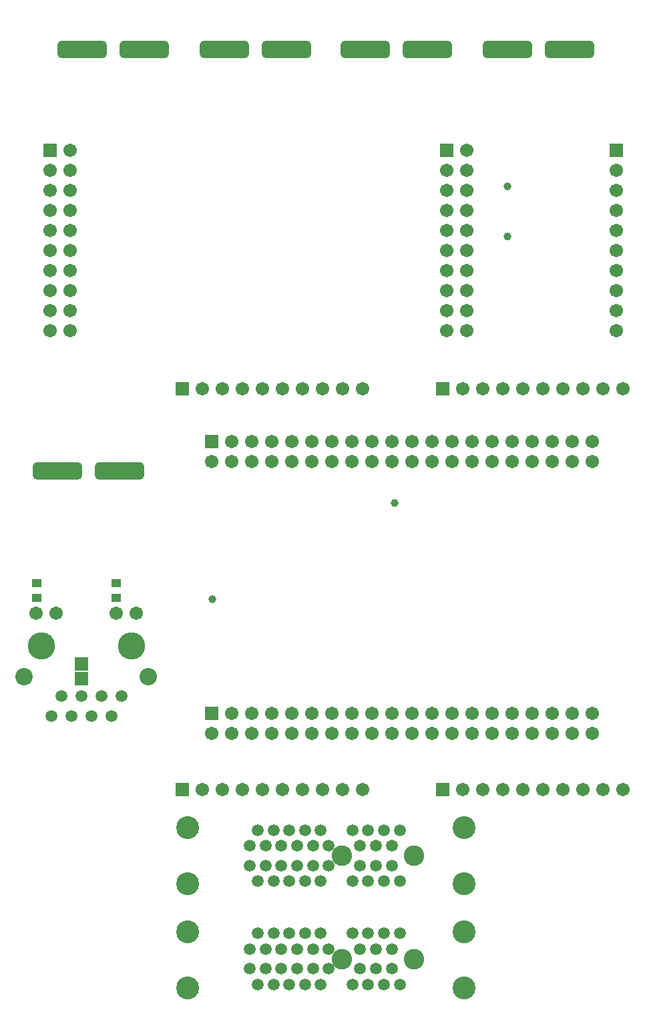
<source format=gbs>
G04*
G04 #@! TF.GenerationSoftware,Altium Limited,Altium Designer,20.1.12 (249)*
G04*
G04 Layer_Color=16711935*
%FSLAX25Y25*%
%MOIN*%
G70*
G04*
G04 #@! TF.SameCoordinates,38A4389A-7558-4E28-873A-C6C5AD051B8D*
G04*
G04*
G04 #@! TF.FilePolarity,Negative*
G04*
G01*
G75*
%ADD14R,0.04540X0.04343*%
%ADD15R,0.06706X0.06509*%
%ADD17C,0.06706*%
%ADD18R,0.06706X0.06706*%
G04:AMPARAMS|DCode=19|XSize=248mil|YSize=88mil|CornerRadius=24mil|HoleSize=0mil|Usage=FLASHONLY|Rotation=180.000|XOffset=0mil|YOffset=0mil|HoleType=Round|Shape=RoundedRectangle|*
%AMROUNDEDRECTD19*
21,1,0.24800,0.04000,0,0,180.0*
21,1,0.20000,0.08800,0,0,180.0*
1,1,0.04800,-0.10000,0.02000*
1,1,0.04800,0.10000,0.02000*
1,1,0.04800,0.10000,-0.02000*
1,1,0.04800,-0.10000,-0.02000*
%
%ADD19ROUNDEDRECTD19*%
%ADD20R,0.06706X0.06706*%
%ADD21C,0.10249*%
%ADD22C,0.05918*%
%ADD23C,0.11430*%
%ADD24C,0.08674*%
%ADD25C,0.13595*%
%ADD26C,0.03950*%
D14*
X52756Y213090D02*
D03*
Y205807D02*
D03*
X12992Y212992D02*
D03*
Y205709D02*
D03*
D15*
X35433Y172638D02*
D03*
Y165354D02*
D03*
D17*
X280394Y138031D02*
D03*
X270394D02*
D03*
X260394D02*
D03*
X250394Y138031D02*
D03*
X240394Y138031D02*
D03*
X230394D02*
D03*
X220394Y138031D02*
D03*
X210394D02*
D03*
X200394Y138031D02*
D03*
X190394D02*
D03*
X180394D02*
D03*
X170394D02*
D03*
X160394Y138031D02*
D03*
X150394Y138031D02*
D03*
X140394D02*
D03*
X130394Y138031D02*
D03*
X120394Y138031D02*
D03*
X110394D02*
D03*
X100394D02*
D03*
X290394Y148031D02*
D03*
X280394D02*
D03*
X270394D02*
D03*
X260394D02*
D03*
X250394D02*
D03*
X240394D02*
D03*
X230394D02*
D03*
X220394D02*
D03*
X210394D02*
D03*
X200394D02*
D03*
X190394D02*
D03*
X180394D02*
D03*
X170394D02*
D03*
X160394D02*
D03*
X150394D02*
D03*
X140394D02*
D03*
X130394D02*
D03*
X120394D02*
D03*
X110394D02*
D03*
X290394Y138031D02*
D03*
X280394Y273858D02*
D03*
X270394D02*
D03*
X260394D02*
D03*
X250394D02*
D03*
X240394D02*
D03*
X230394D02*
D03*
X220394D02*
D03*
X210394D02*
D03*
X200394D02*
D03*
X190394D02*
D03*
X180394D02*
D03*
X170394D02*
D03*
X160394D02*
D03*
X150394D02*
D03*
X140394D02*
D03*
X130394D02*
D03*
X120394D02*
D03*
X110394D02*
D03*
X100394D02*
D03*
X290394Y283858D02*
D03*
X280394Y283858D02*
D03*
X270394D02*
D03*
X260394D02*
D03*
X250394D02*
D03*
X240394D02*
D03*
X230394Y283858D02*
D03*
X220394Y283858D02*
D03*
X210394D02*
D03*
X200394Y283858D02*
D03*
X190394Y283858D02*
D03*
X180394D02*
D03*
X170394D02*
D03*
X160394D02*
D03*
X150394Y283858D02*
D03*
X140394D02*
D03*
X130394Y283858D02*
D03*
X120394D02*
D03*
X110394D02*
D03*
X290394Y273858D02*
D03*
X227716Y339134D02*
D03*
Y349134D02*
D03*
Y359134D02*
D03*
Y369134D02*
D03*
Y379134D02*
D03*
Y389134D02*
D03*
Y399134D02*
D03*
Y409134D02*
D03*
Y419134D02*
D03*
Y429134D02*
D03*
X217717Y339134D02*
D03*
Y349134D02*
D03*
Y359134D02*
D03*
Y369134D02*
D03*
Y379134D02*
D03*
Y389134D02*
D03*
Y399134D02*
D03*
Y409134D02*
D03*
Y419134D02*
D03*
X29685Y339134D02*
D03*
Y349134D02*
D03*
Y359134D02*
D03*
Y369134D02*
D03*
Y379134D02*
D03*
Y389134D02*
D03*
Y399134D02*
D03*
Y409134D02*
D03*
Y419134D02*
D03*
Y429134D02*
D03*
X19685Y339134D02*
D03*
Y349134D02*
D03*
Y359134D02*
D03*
Y369134D02*
D03*
Y379134D02*
D03*
Y389134D02*
D03*
Y399134D02*
D03*
Y409134D02*
D03*
Y419134D02*
D03*
X302362Y339134D02*
D03*
Y349134D02*
D03*
Y359134D02*
D03*
Y369134D02*
D03*
Y379134D02*
D03*
Y389134D02*
D03*
Y399134D02*
D03*
Y409134D02*
D03*
Y419134D02*
D03*
X225827Y310236D02*
D03*
X235827Y310236D02*
D03*
X245827D02*
D03*
X255827D02*
D03*
X265827D02*
D03*
X275827Y310236D02*
D03*
X285827Y310236D02*
D03*
X295827D02*
D03*
X305827D02*
D03*
X62657Y198071D02*
D03*
X52815Y198071D02*
D03*
X12933Y198071D02*
D03*
X22776Y198071D02*
D03*
X175827Y110236D02*
D03*
X165827D02*
D03*
X155827D02*
D03*
X145827D02*
D03*
X135827D02*
D03*
X125827D02*
D03*
X115827D02*
D03*
X105827D02*
D03*
X95827D02*
D03*
X175827Y310236D02*
D03*
X165827Y310236D02*
D03*
X155827D02*
D03*
X145827D02*
D03*
X135827Y310236D02*
D03*
X125827Y310236D02*
D03*
X115827Y310236D02*
D03*
X105827D02*
D03*
X95827D02*
D03*
X305827Y110236D02*
D03*
X295827D02*
D03*
X285827D02*
D03*
X275827D02*
D03*
X265827D02*
D03*
X255827D02*
D03*
X245827D02*
D03*
X235827D02*
D03*
X225827D02*
D03*
D18*
X100394Y148031D02*
D03*
Y283858D02*
D03*
X215827Y310236D02*
D03*
X85827Y110236D02*
D03*
Y310236D02*
D03*
X215827Y110236D02*
D03*
D19*
X23331Y269291D02*
D03*
X54331D02*
D03*
X177165Y479528D02*
D03*
X208165D02*
D03*
X106795D02*
D03*
X137795D02*
D03*
X35929D02*
D03*
X66929D02*
D03*
X248031D02*
D03*
X279031D02*
D03*
D20*
X217717Y429134D02*
D03*
X19685D02*
D03*
X302362D02*
D03*
D21*
X201378Y25591D02*
D03*
X165354D02*
D03*
X201378Y77165D02*
D03*
X165354D02*
D03*
D22*
X154921Y38386D02*
D03*
X147047Y38386D02*
D03*
X139173D02*
D03*
X131299D02*
D03*
X123425D02*
D03*
X190354Y20669D02*
D03*
X182480Y20669D02*
D03*
X174606Y20669D02*
D03*
X194291Y12795D02*
D03*
X186417D02*
D03*
X178543D02*
D03*
X170669Y12795D02*
D03*
X190354Y30512D02*
D03*
X182480Y30512D02*
D03*
X174606Y30512D02*
D03*
X194291Y38386D02*
D03*
X186417D02*
D03*
X178543D02*
D03*
X170669Y38386D02*
D03*
X119488Y30512D02*
D03*
X127362D02*
D03*
X135236Y30512D02*
D03*
X143110Y30512D02*
D03*
X150984Y30512D02*
D03*
X158858Y30512D02*
D03*
X154921Y12795D02*
D03*
X147047Y12795D02*
D03*
X139173D02*
D03*
X131299D02*
D03*
X123425D02*
D03*
X119488Y20669D02*
D03*
X127362D02*
D03*
X135236Y20669D02*
D03*
X143110Y20669D02*
D03*
X150984Y20669D02*
D03*
X158858Y20669D02*
D03*
X50295Y146890D02*
D03*
X55295Y156890D02*
D03*
X40295Y146890D02*
D03*
X30295D02*
D03*
X25295Y156890D02*
D03*
X20295Y146890D02*
D03*
X45295Y156890D02*
D03*
X35295D02*
D03*
X154921Y89961D02*
D03*
X147047Y89961D02*
D03*
X139173D02*
D03*
X131299D02*
D03*
X123425D02*
D03*
X190354Y72244D02*
D03*
X182480Y72244D02*
D03*
X174606Y72244D02*
D03*
X194291Y64370D02*
D03*
X186417D02*
D03*
X178543D02*
D03*
X170669Y64370D02*
D03*
X190354Y82087D02*
D03*
X182480Y82087D02*
D03*
X174606Y82087D02*
D03*
X194291Y89961D02*
D03*
X186417D02*
D03*
X178543D02*
D03*
X170669Y89961D02*
D03*
X119488Y82087D02*
D03*
X127362D02*
D03*
X135236Y82087D02*
D03*
X143110Y82087D02*
D03*
X150984Y82087D02*
D03*
X158858Y82087D02*
D03*
X154921Y64370D02*
D03*
X147047Y64370D02*
D03*
X139173D02*
D03*
X131299D02*
D03*
X123425D02*
D03*
X119488Y72244D02*
D03*
X127362D02*
D03*
X135236Y72244D02*
D03*
X143110Y72244D02*
D03*
X150984Y72244D02*
D03*
X158858Y72244D02*
D03*
D23*
X88583Y39016D02*
D03*
Y11024D02*
D03*
X226378D02*
D03*
Y39016D02*
D03*
Y62992D02*
D03*
Y90984D02*
D03*
X88583D02*
D03*
Y62992D02*
D03*
D24*
X6791Y166575D02*
D03*
X68799D02*
D03*
D25*
X15295Y181890D02*
D03*
X60295D02*
D03*
D26*
X100787Y205118D02*
D03*
X191732Y253150D02*
D03*
X248031Y411024D02*
D03*
Y386221D02*
D03*
M02*

</source>
